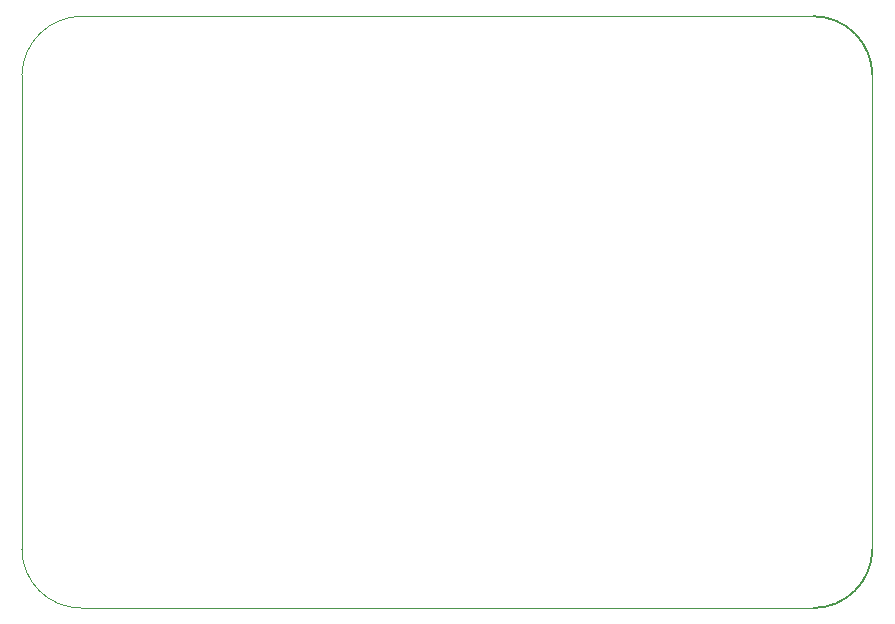
<source format=gbr>
%TF.GenerationSoftware,KiCad,Pcbnew,(5.99.0-10363-ga7f956581c)*%
%TF.CreationDate,2021-04-24T20:18:21-04:00*%
%TF.ProjectId,NTP_PPS_Board,4e54505f-5050-4535-9f42-6f6172642e6b,rev?*%
%TF.SameCoordinates,Original*%
%TF.FileFunction,Profile,NP*%
%FSLAX46Y46*%
G04 Gerber Fmt 4.6, Leading zero omitted, Abs format (unit mm)*
G04 Created by KiCad (PCBNEW (5.99.0-10363-ga7f956581c)) date 2021-04-24 20:18:21*
%MOMM*%
%LPD*%
G01*
G04 APERTURE LIST*
%TA.AperFunction,Profile*%
%ADD10C,0.200000*%
%TD*%
%TA.AperFunction,Profile*%
%ADD11C,0.100000*%
%TD*%
G04 APERTURE END LIST*
D10*
X158999997Y-74899997D02*
G75*
G03*
X154000000Y-69900000I-4999997J0D01*
G01*
D11*
X87000000Y-115000000D02*
X87000000Y-74900000D01*
X87000000Y-115000000D02*
G75*
G03*
X92000000Y-120000000I5000000J0D01*
G01*
X159000000Y-74900000D02*
X159000000Y-115000000D01*
X92000000Y-120000000D02*
X154000000Y-120000000D01*
X92100000Y-69900000D02*
G75*
G03*
X87000000Y-74900000I0J-5101000D01*
G01*
X92100000Y-69900000D02*
X154000000Y-69900000D01*
D10*
X154000003Y-119999997D02*
G75*
G03*
X159000000Y-115000000I0J4999997D01*
G01*
M02*

</source>
